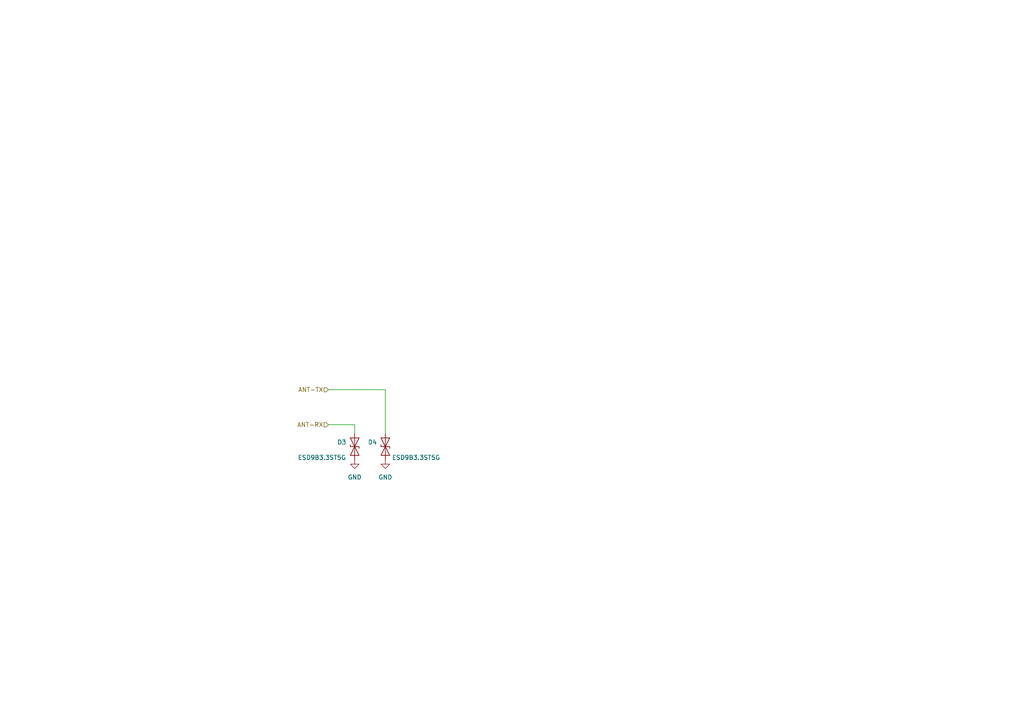
<source format=kicad_sch>
(kicad_sch (version 20231120) (generator "eeschema") (generator_version "8.0")
  (paper "A4")
  (lib_symbols
    (symbol "Diode:ESD9B3.3ST5G" (pin_numbers hide) (pin_names (offset 1.016) hide)
      (property "Reference" "D" (at 0 2.54 0))
      (property "Value" "ESD9B3.3ST5G" (at 0 -2.54 0))
      (symbol "ESD9B3.3ST5G_0_1"
        (polyline (pts (xy 1.27 0) (xy -1.27 0)))
        (polyline (pts (xy -2.54 -1.27) (xy 0 0) (xy -2.54 1.27) (xy -2.54 -1.27)) (stroke (width 0.2032)))
        (polyline (pts (xy 0.508 1.27) (xy 0 1.27) (xy 0 -1.27) (xy -0.508 -1.27)) (stroke (width 0.2032)))
        (polyline (pts (xy 2.54 1.27) (xy 2.54 -1.27) (xy 0 0) (xy 2.54 1.27)) (stroke (width 0.2032)))
      )
      (symbol "ESD9B3.3ST5G_1_1"
        (pin passive line (at -3.81 0 0) (length 2.54) (name "A1") (number "1"))
        (pin passive line (at 3.81 0 180) (length 2.54) (name "A2") (number "2"))
      )
    )
    (symbol "power:GND" (power) (pin_numbers hide) (pin_names (offset 0) hide)
      (property "Value" "GND" (at 0 -3.81 0))
      (symbol "GND_0_1"
        (polyline (pts (xy 0 0) (xy 0 -1.27) (xy 1.27 -1.27) (xy 0 -2.54) (xy -1.27 -1.27) (xy 0 -1.27)))
      )
      (symbol "GND_1_1"
        (pin power_in line (at 0 0 270) (length 0) (name "~") (number "1"))
      )
    )
  )
  (wire (pts (xy 95.25 113.03) (xy 111.76 113.03)))
  (wire (pts (xy 102.87 123.19) (xy 102.87 125.73)))
  (wire (pts (xy 111.76 113.03) (xy 111.76 125.73)))
  (wire (pts (xy 95.25 123.19) (xy 102.87 123.19)))
  (hierarchical_label "ANT-RX" (shape input) (at 95.25 123.19 180))
  (hierarchical_label "ANT-TX" (shape input) (at 95.25 113.03 180))
  (symbol (lib_id "power:GND") (at 111.76 133.35 0) (unit 1)
    (property "Reference" "#PWR036" (effects (hide yes)))
    (property "Value" "GND" (at 111.76 138.43 0))
    (property "Description" "Power symbol creates a global label with name \"GND\" , ground" (effects (hide yes)))
  )
  (symbol (lib_id "Diode:ESD9B3.3ST5G") (at 111.76 129.54 270) (unit 1)
    (property "Reference" "D4" (at 106.68 128.27 90) (effects (justify left)))
    (property "Value" "ESD9B3.3ST5G" (at 113.665 132.715 90) (effects (justify left)))
    (property "Footprint" "Diode_SMD:D_SOD-923" (effects (hide yes)))
    (property "Datasheet" "https://www.onsemi.com/pub/Collateral/ESD9B-D.PDF" (effects (hide yes)))
    (property "Description" "ESD protection diode, 3.3Vrwm, SOD-923" (effects (hide yes)))
    (property "MPN" "C96512" (effects (hide yes)))
  )
  (symbol (lib_id "power:GND") (at 102.87 133.35 0) (unit 1)
    (property "Reference" "#PWR035" (effects (hide yes)))
    (property "Value" "GND" (at 102.87 138.43 0))
    (property "Description" "Power symbol creates a global label with name \"GND\" , ground" (effects (hide yes)))
  )
  (symbol (lib_id "Diode:ESD9B3.3ST5G") (at 102.87 129.54 270) (unit 1)
    (property "Reference" "D3" (at 97.79 128.27 90) (effects (justify left)))
    (property "Value" "ESD9B3.3ST5G" (at 86.36 132.715 90) (effects (justify left)))
    (property "Footprint" "Diode_SMD:D_SOD-923" (effects (hide yes)))
    (property "Datasheet" "https://www.onsemi.com/pub/Collateral/ESD9B-D.PDF" (effects (hide yes)))
    (property "Description" "ESD protection diode, 3.3Vrwm, SOD-923" (effects (hide yes)))
    (property "MPN" "C96512" (effects (hide yes)))
  )
)
</source>
